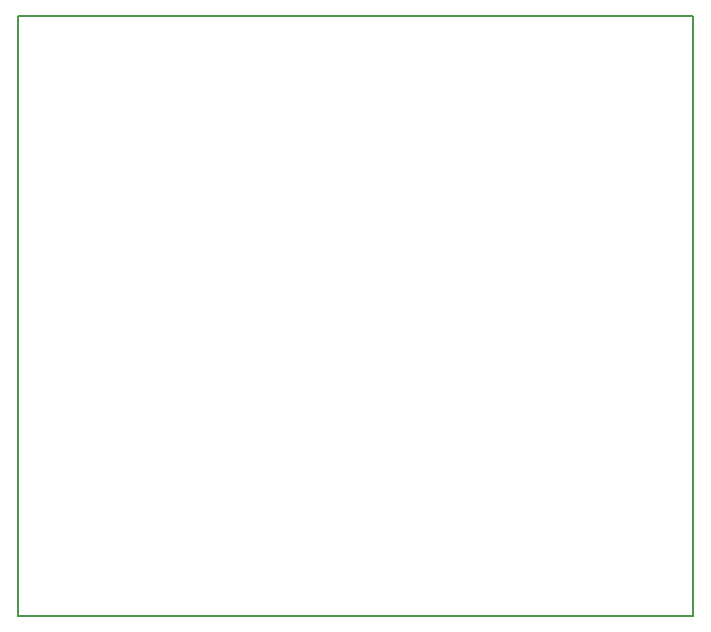
<source format=gm1>
G04 #@! TF.GenerationSoftware,KiCad,Pcbnew,5.0.2+dfsg1-1~bpo9+1*
G04 #@! TF.CreationDate,2020-07-03T00:24:56-04:00*
G04 #@! TF.ProjectId,attiny10,61747469-6e79-4313-902e-6b696361645f,0.10.a*
G04 #@! TF.SameCoordinates,Original*
G04 #@! TF.FileFunction,Profile,NP*
%FSLAX46Y46*%
G04 Gerber Fmt 4.6, Leading zero omitted, Abs format (unit mm)*
G04 Created by KiCad (PCBNEW 5.0.2+dfsg1-1~bpo9+1) date Fri 03 Jul 2020 12:24:56 AM EDT*
%MOMM*%
%LPD*%
G01*
G04 APERTURE LIST*
%ADD10C,0.200000*%
G04 APERTURE END LIST*
D10*
X30480000Y-105410000D02*
X30480000Y-102870000D01*
X31750000Y-105410000D02*
X30480000Y-105410000D01*
X30480000Y-54610000D02*
X87630000Y-54610000D01*
X30480000Y-102870000D02*
X30480000Y-54610000D01*
X87630000Y-105410000D02*
X31750000Y-105410000D01*
X87630000Y-54610000D02*
X87630000Y-105410000D01*
M02*

</source>
